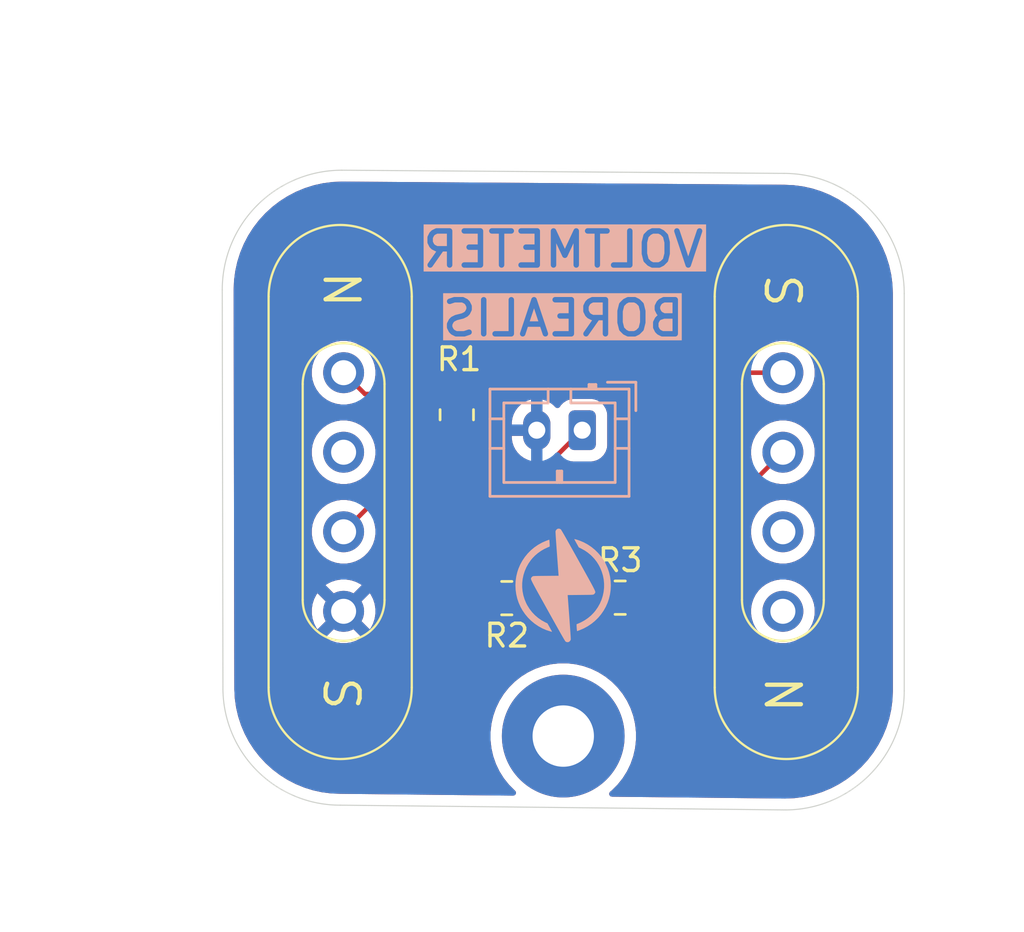
<source format=kicad_pcb>
(kicad_pcb (version 20241229) (generator "pcbnew") (generator_version "9.0")
  (layers (0 "F.Cu" signal) (2 "B.Cu" signal) (13 "F.Paste" user) (15 "B.Paste" user) (5 "F.SilkS" user "F.Silkscreen") (7 "B.SilkS" user "B.Silkscreen") (1 "F.Mask" user) (3 "B.Mask" user) (25 "Edge.Cuts" user))
  (net 0 "")
  (net 1 "/SDA")
  (net 2 "/ID")
  (net 3 "+3.3V")
  (net 4 "/SCL")
  (net 5 "GND")
  (net 6 "/ADC")
  (net 7 "+5V")
  (net 8 "Net-(J1-Pin_1)")
  (footprint "MountingHole:MountingHole_2.7mm_M2.5_Pad" (layer "F.Cu") (at 137.705 103.8)
    (property "Reference" "H1" (hide yes))
    (property "Value" "MountingHole" (hide yes))
    (pad "1" thru_hole circle (at 0 0) (size 5.4 5.4) (drill 2.7) (layers "*.Cu" "*.Mask"))
  )
  (footprint "Resistor_SMD:R_0805_2012Metric" (layer "F.Cu") (at 135.22 97.73 180)
    (property "Reference" "R2" (at 0 -1.65 0) (layer "F.SilkS"))
    (property "Value" "R")
    (fp_line (start -0.227064 0.735) (end 0.227064 0.735) (stroke (width 0.12)) (layer "F.SilkS"))
    (fp_line (start -0.227064 -0.735) (end 0.227064 -0.735) (stroke (width 0.12)) (layer "F.SilkS"))
    (pad "1" smd roundrect (at -0.9125 0 180) (size 1.025 1.4) (layers "F.Cu" "F.Mask" "F.Paste") (roundrect_rratio 0.243902) (net 6 "/ADC"))
    (pad "2" smd roundrect (at 0.9125 0 180) (size 1.025 1.4) (layers "F.Cu" "F.Mask" "F.Paste") (roundrect_rratio 0.243902) (net 8 "Net-(J1-Pin_1)"))
  )
  (footprint "batteryholder:MAGNETIC POGO CONN." (layer "F.Cu") (at 147.37 93.06 -90)
    (property "Reference" "U1" (hide yes))
    (property "Value" "MAGNETIC POGO CONN." (hide yes))
    (fp_line (start -8.6 3) (end 8.6 3) (stroke (width 0.1)) (layer "F.SilkS"))
    (fp_line (start -4.75 1.8) (end 4.75 1.8) (stroke (width 0.1)) (layer "F.SilkS"))
    (fp_line (start -4.75 -1.8) (end 4.75 -1.8) (stroke (width 0.1)) (layer "F.SilkS"))
    (fp_line (start -8.6 -3.3) (end 8.6 -3.3) (stroke (width 0.1)) (layer "F.SilkS"))
    (fp_arc (start -8.6 3) (mid -11.75 -0.15) (end -8.6 -3.3) (stroke (width 0.1)) (layer "F.SilkS"))
    (fp_arc (start -4.75 1.8) (mid -6.55 0) (end -4.75 -1.8) (stroke (width 0.1)) (layer "F.SilkS"))
    (fp_arc (start 4.75 -1.8) (mid 6.55 0) (end 4.75 1.8) (stroke (width 0.1)) (layer "F.SilkS"))
    (fp_arc (start 8.6 -3.3) (mid 11.75 -0.15) (end 8.6 3) (stroke (width 0.1)) (layer "F.SilkS"))
    (fp_text user "S" (at -9.7 0.9 270) (layer "F.SilkS") (effects (font (size 1.5 1.5) (thickness 0.1875)) (justify left bottom)))
    (fp_text user "N" (at 8 0.9 270) (layer "F.SilkS") (effects (font (size 1.5 1.5) (thickness 0.1875)) (justify left bottom)))
    (pad "1" thru_hole circle (at -5.25 0 270) (size 1.8 1.8) (drill 1.1) (layers "*.Cu" "*.Mask") (net 3 "+3.3V"))
    (pad "2" thru_hole circle (at -1.75 0 270) (size 1.8 1.8) (drill 1.1) (layers "*.Cu" "*.Mask") (net 6 "/ADC"))
    (pad "3" thru_hole circle (at 1.75 0 270) (size 1.8 1.8) (drill 1.1) (layers "*.Cu" "*.Mask") (net 1 "/SDA"))
    (pad "4" thru_hole circle (at 5.25 0 270) (size 1.8 1.8) (drill 1.1) (layers "*.Cu" "*.Mask") (net 4 "/SCL"))
  )
  (footprint "Resistor_SMD:R_0805_2012Metric" (layer "F.Cu") (at 140.21 97.71)
    (property "Reference" "R3" (at 0 -1.65 0) (layer "F.SilkS"))
    (property "Value" "R")
    (fp_line (start -0.227064 -0.735) (end 0.227064 -0.735) (stroke (width 0.12)) (layer "F.SilkS"))
    (fp_line (start -0.227064 0.735) (end 0.227064 0.735) (stroke (width 0.12)) (layer "F.SilkS"))
    (pad "1" smd roundrect (at -0.9125 0) (size 1.025 1.4) (layers "F.Cu" "F.Mask" "F.Paste") (roundrect_rratio 0.243902) (net 5 "GND"))
    (pad "2" smd roundrect (at 0.9125 0) (size 1.025 1.4) (layers "F.Cu" "F.Mask" "F.Paste") (roundrect_rratio 0.243902) (net 6 "/ADC"))
  )
  (footprint "Resistor_SMD:R_0805_2012Metric" (layer "F.Cu") (at 133.02 89.66 90)
    (property "Reference" "R1" (at 2.44 0.1 180) (layer "F.SilkS"))
    (property "Value" "R")
    (fp_line (start -0.227064 -0.735) (end 0.227064 -0.735) (stroke (width 0.12)) (layer "F.SilkS"))
    (fp_line (start -0.227064 0.735) (end 0.227064 0.735) (stroke (width 0.12)) (layer "F.SilkS"))
    (pad "1" smd roundrect (at -0.9125 0 90) (size 1.025 1.4) (layers "F.Cu" "F.Mask" "F.Paste") (roundrect_rratio 0.243902) (net 3 "+3.3V"))
    (pad "2" smd roundrect (at 0.9125 0 90) (size 1.025 1.4) (layers "F.Cu" "F.Mask" "F.Paste") (roundrect_rratio 0.243902) (net 2 "/ID"))
  )
  (footprint "batteryholder:MAGNETIC POGO CONN." (layer "F.Cu") (at 128.04 93.06 90)
    (property "Reference" "U2" (hide yes))
    (property "Value" "MAGNETIC POGO CONN." (hide yes))
    (fp_line (start -8.6 -3.3) (end 8.6 -3.3) (stroke (width 0.1)) (layer "F.SilkS"))
    (fp_line (start -4.75 -1.8) (end 4.75 -1.8) (stroke (width 0.1)) (layer "F.SilkS"))
    (fp_line (start -4.75 1.8) (end 4.75 1.8) (stroke (width 0.1)) (layer "F.SilkS"))
    (fp_line (start -8.6 3) (end 8.6 3) (stroke (width 0.1)) (layer "F.SilkS"))
    (fp_arc (start 8.6 -3.3) (mid 11.75 -0.15) (end 8.6 3) (stroke (width 0.1)) (layer "F.SilkS"))
    (fp_arc (start 4.75 -1.8) (mid 6.55 0) (end 4.75 1.8) (stroke (width 0.1)) (layer "F.SilkS"))
    (fp_arc (start -4.75 1.8) (mid -6.55 0) (end -4.75 -1.8) (stroke (width 0.1)) (layer "F.SilkS"))
    (fp_arc (start -8.6 3) (mid -11.75 -0.15) (end -8.6 -3.3) (stroke (width 0.1)) (layer "F.SilkS"))
    (fp_text user "S" (at -9.7 0.9 90) (layer "F.SilkS") (effects (font (size 1.5 1.5) (thickness 0.1875)) (justify left bottom)))
    (fp_text user "N" (at 8 0.9 90) (layer "F.SilkS") (effects (font (size 1.5 1.5) (thickness 0.1875)) (justify left bottom)))
    (pad "1" thru_hole circle (at -5.25 0 90) (size 1.8 1.8) (drill 1.1) (layers "*.Cu" "*.Mask") (net 5 "GND"))
    (pad "2" thru_hole circle (at -1.75 0 90) (size 1.8 1.8) (drill 1.1) (layers "*.Cu" "*.Mask") (net 3 "+3.3V"))
    (pad "3" thru_hole circle (at 1.75 0 90) (size 1.8 1.8) (drill 1.1) (layers "*.Cu" "*.Mask") (net 7 "+5V"))
    (pad "4" thru_hole circle (at 5.25 0 90) (size 1.8 1.8) (drill 1.1) (layers "*.Cu" "*.Mask") (net 2 "/ID"))
  )
  (footprint "LOGO" (layer "B.Cu") (at 137.7 97.17 180)
    (property "Reference" "G***" (hide yes))
    (property "Value" "LOGO" (hide yes))
    (fp_poly (pts (xy -0.491312 2.038107) (xy -0.494573 2.028699) (xy -0.506139 2.00484) (xy -0.524678 1.969077) (xy -0.548861 1.923959) (xy -0.577358 1.872032) (xy -0.587863 1.853155) (xy -0.688731 1.672521) (xy -0.785898 1.625126) (xy -0.940273 1.540974) (xy -1.081986 1.444674) (xy -1.215137 1.333296) (xy -1.275417 1.275417) (xy -1.386349 1.155294) (xy -1.481546 1.031506) (xy -1.564744 0.898785) (xy -1.6257 0.781539) (xy -1.697594 0.609743) (xy -1.750855 0.43399) (xy -1.785665 0.255585) (xy -1.802207 0.075836) (xy -1.800665 -0.103952) (xy -1.78122 -0.282471) (xy -1.744056 -0.458416) (xy -1.689355 -0.63048) (xy -1.6173 -0.797355) (xy -1.528073 -0.957737) (xy -1.421858 -1.110317) (xy -1.348676 -1.199148) (xy -1.22756 -1.323099) (xy -1.09142 -1.436506) (xy -0.942642 -1.537693) (xy -0.783613 -1.624984) (xy -0.669193 -1.676222) (xy -0.591039 -1.708116) (xy -0.591989 -1.765038) (xy -0.593389 -1.809683) (xy -0.595966 -1.857695) (xy -0.599373 -1.905168) (xy -0.603262 -1.948194) (xy -0.607285 -1.982866) (xy -0.611097 -2.005277) (xy -0.613931 -2.011764) (xy -0.625145 -2.008242) (xy -0.650668 -1.999222) (xy -0.686541 -1.986125) (xy -0.722923 -1.972585) (xy -0.908783 -1.892768) (xy -1.084618 -1.796949) (xy -1.249522 -1.686097) (xy -1.402587 -1.561179) (xy -1.542908 -1.423167) (xy -1.669576 -1.273028) (xy -1.781687 -1.111732) (xy -1.878331 -0.940247) (xy -1.958604 -0.759543) (xy -2.015749 -0.591038) (xy -2.062287 -0.397451) (xy -2.090173 -0.201329) (xy -2.099613 -0.004204) (xy -2.090812 0.192395) (xy -2.063973 0.386935) (xy -2.019303 0.577887) (xy -1.957006 0.763719) (xy -1.877286 0.942901) (xy -1.789678 1.099039) (xy -1.674674 1.266108) (xy -1.545576 1.42051) (xy -1.403471 1.561356) (xy -1.249442 1.68776) (xy -1.084574 1.798833) (xy -0.909952 1.893687) (xy -0.726662 1.971434) (xy -0.721658 1.973267) (xy -0.675409 1.98939) (xy -0.627424 2.004843) (xy -0.581474 2.018565) (xy -0.541328 2.029496) (xy -0.510755 2.036574) (xy -0.493525 2.038738)) (fill yes) (layer "B.SilkS"))
    (fp_poly (pts (xy 0.620576 2.008703) (xy 0.645715 2.000721) (xy 0.682109 1.987464) (xy 0.726454 1.970259) (xy 0.775448 1.950428) (xy 0.825787 1.929296) (xy 0.874169 1.908188) (xy 0.917291 1.888429) (xy 0.936339 1.879225) (xy 1.108743 1.783154) (xy 1.270854 1.671132) (xy 1.421607 1.544428) (xy 1.559939 1.404311) (xy 1.684787 1.252051) (xy 1.795086 1.088917) (xy 1.889772 0.916179) (xy 1.967783 0.735107) (xy 2.015748 0.591039) (xy 2.062286 0.397452) (xy 2.090172 0.20133) (xy 2.099612 0.004204) (xy 2.090811 -0.192394) (xy 2.063973 -0.386934) (xy 2.019302 -0.577886) (xy 1.957005 -0.763718) (xy 1.877285 -0.9429) (xy 1.789677 -1.099038) (xy 1.676133 -1.26401) (xy 1.548582 -1.41683) (xy 1.408298 -1.556535) (xy 1.256553 -1.682161) (xy 1.09462 -1.792746) (xy 0.923771 -1.887327) (xy 0.745279 -1.964939) (xy 0.570399 -2.02191) (xy 0.530337 -2.032796) (xy 0.505676 -2.038915) (xy 0.492988 -2.04071) (xy 0.488842 -2.038624) (xy 0.48981 -2.033098) (xy 0.490089 -2.032274) (xy 0.495645 -2.02121) (xy 0.509274 -1.995802) (xy 0.529501 -1.958754) (xy 0.554847 -1.912766) (xy 0.583836 -1.860541) (xy 0.591038 -1.847617) (xy 0.68873 -1.672454) (xy 0.786423 -1.625124) (xy 0.94884 -1.535696) (xy 1.100645 -1.430328) (xy 1.240693 -1.310173) (xy 1.367834 -1.176385) (xy 1.48092 -1.030118) (xy 1.578806 -0.872525) (xy 1.625699 -0.781538) (xy 1.697593 -0.609742) (xy 1.750854 -0.433989) (xy 1.785664 -0.255584) (xy 1.802206 -0.075835) (xy 1.800664 0.103953) (xy 1.781219 0.282472) (xy 1.744055 0.458417) (xy 1.689354 0.63048) (xy 1.617299 0.797356) (xy 1.528073 0.957738) (xy 1.421858 1.110318) (xy 1.348675 1.199148) (xy 1.237718 1.313054) (xy 1.111796 1.419952) (xy 0.975042 1.516959) (xy 0.83159 1.60119) (xy 0.685574 1.669759) (xy 0.659423 1.680182) (xy 0.627727 1.693055) (xy 0.603366 1.704037) (xy 0.592536 1.710129) (xy 0.591114 1.72109) (xy 0.59108 1.747345) (xy 0.592189 1.784717) (xy 0.5942 1.829031) (xy 0.596868 1.87611) (xy 0.599952 1.921777) (xy 0.603207 1.961857) (xy 0.606391 1.992173) (xy 0.609261 2.008548) (xy 0.609993 2.010087)) (fill yes) (layer "B.SilkS"))
    (fp_poly (pts (xy 0.23497 2.494196) (xy 0.251217 2.487709) (xy 0.291005 2.458359) (xy 0.320829 2.419122) (xy 0.335878 2.376705) (xy 0.335953 2.361875) (xy 0.334641 2.328947) (xy 0.332032 2.279305) (xy 0.328217 2.214332) (xy 0.323286 2.135414) (xy 0.317332 2.043933) (xy 0.310443 1.941275) (xy 0.302712 1.828823) (xy 0.294229 1.707961) (xy 0.285085 1.580074) (xy 0.275371 1.446545) (xy 0.270642 1.382347) (xy 0.199851 0.424962) (xy 0.756906 0.420077) (xy 0.875449 0.419015) (xy 0.976038 0.418028) (xy 1.060257 0.417053) (xy 1.129692 0.416022) (xy 1.185926 0.414871) (xy 1.230544 0.413535) (xy 1.265129 0.411947) (xy 1.291267 0.410042) (xy 1.310541 0.407754) (xy 1.324536 0.405018) (xy 1.334835 0.401768) (xy 1.343025 0.397939) (xy 1.347049 0.395654) (xy 1.374565 0.37322) (xy 1.397344 0.344695) (xy 1.398938 0.341923) (xy 1.404162 0.332845) (xy 1.40887 0.324512) (xy 1.412656 0.316114) (xy 1.415111 0.306839) (xy 1.415828 0.295876) (xy 1.4144 0.282415) (xy 1.410419 0.265643) (xy 1.403479 0.244751) (xy 1.393171 0.218927) (xy 1.379088 0.18736) (xy 1.360822 0.149239) (xy 1.337968 0.103753) (xy 1.310115 0.050092) (xy 1.276859 -0.012557) (xy 1.23779 -0.085004) (xy 1.192502 -0.16806) (xy 1.140587 -0.262537) (xy 1.081638 -0.369244) (xy 1.015247 -0.488994) (xy 0.941006 -0.622597) (xy 0.85851 -0.770865) (xy 0.767349 -0.934608) (xy 0.668359 -1.112406) (xy 0.564503 -1.29887) (xy 0.469712 -1.468848) (xy 0.383627 -1.62297) (xy 0.305889 -1.761866) (xy 0.236139 -1.886164) (xy 0.174018 -1.996494) (xy 0.119166 -2.093486) (xy 0.071226 -2.17777) (xy 0.029837 -2.249975) (xy -0.005358 -2.310731) (xy -0.03472 -2.360667) (xy -0.058607 -2.400413) (xy -0.077378 -2.430598) (xy -0.091392 -2.451852) (xy -0.101009 -2.464805) (xy -0.105431 -2.46936) (xy -0.146231 -2.490716) (xy -0.192083 -2.499005) (xy -0.236143 -2.493621) (xy -0.259752 -2.48303) (xy -0.302663 -2.446591) (xy -0.329112 -2.402514) (xy -0.335985 -2.376077) (xy -0.336045 -2.361338) (xy -0.334718 -2.328499) (xy -0.332096 -2.278943) (xy -0.328269 -2.214054) (xy -0.323328 -2.135214) (xy -0.317364 -2.043806) (xy -0.310467 -1.941213) (xy -0.30273 -1.828818) (xy -0.294242 -1.708004) (xy -0.285095 -1.580154) (xy -0.27538 -1.44665) (xy -0.270643 -1.382346) (xy -0.199851 -0.424961) (xy -0.756907 -0.420077) (xy -0.875449 -0.419014) (xy -0.976038 -0.418027) (xy -1.060258 -0.417052) (xy -1.129693 -0.416021) (xy -1.185927 -0.414871) (xy -1.230544 -0.413534) (xy -1.26513 -0.411946) (xy -1.291267 -0.410041) (xy -1.310541 -0.407753) (xy -1.324536 -0.405017) (xy -1.334836 -0.401767) (xy -1.343026 -0.397938) (xy -1.347049 -0.395653) (xy -1.374566 -0.37322) (xy -1.397345 -0.344694) (xy -1.398939 -0.341923) (xy -1.404163 -0.332844) (xy -1.408871 -0.324512) (xy -1.412656 -0.316113) (xy -1.415111 -0.306838) (xy -1.415829 -0.295875) (xy -1.414401 -0.282414) (xy -1.41042 -0.265642) (xy -1.40348 -0.24475) (xy -1.393172 -0.218926) (xy -1.379089 -0.187359) (xy -1.360823 -0.149238) (xy -1.337968 -0.103753) (xy -1.310116 -0.050091) (xy -1.27686 0.012558) (xy -1.237791 0.085005) (xy -1.192503 0.168061) (xy -1.140588 0.262538) (xy -1.081638 0.369245) (xy -1.015247 0.488995) (xy -0.941007 0.622598) (xy -0.858511 0.770866) (xy -0.76735 0.934609) (xy -0.66836 1.112407) (xy -0.564093 1.299606) (xy -0.468898 1.4703) (xy -0.382425 1.625102) (xy -0.304326 1.764624) (xy -0.234251 1.889478) (xy -0.171851 2.000277) (xy -0.116778 2.097633) (xy -0.068682 2.182158) (xy -0.027213 2.254466) (xy 0.007977 2.315168) (xy 0.037237 2.364876) (xy 0.060916 2.404204) (xy 0.079364 2.433763) (xy 0.09293 2.454166) (xy 0.101963 2.466026) (xy 0.105081 2.469095) (xy 0.145614 2.49039) (xy 0.191361 2.499069)) (fill yes) (layer "B.SilkS"))
  )
  (footprint "Connector_JST:JST_PH_B2B-PH-K_1x02_P2.00mm_Vertical" (layer "B.Cu") (at 138.54 90.34 180)
    (property "Reference" "J1" (hide yes))
    (property "Value" "Conn_01x02_Pin (Solar panel connection)")
    (fp_line (start 4.06 1.81) (end -2.06 1.81) (stroke (width 0.12)) (layer "B.SilkS"))
    (fp_line (start 4.06 0.5) (end 3.45 0.5) (stroke (width 0.12)) (layer "B.SilkS"))
    (fp_line (start 4.06 -0.8) (end 3.45 -0.8) (stroke (width 0.12)) (layer "B.SilkS"))
    (fp_line (start 4.06 -2.91) (end 4.06 1.81) (stroke (width 0.12)) (layer "B.SilkS"))
    (fp_line (start 3.45 1.2) (end 1.5 1.2) (stroke (width 0.12)) (layer "B.SilkS"))
    (fp_line (start 3.45 -2.3) (end 3.45 1.2) (stroke (width 0.12)) (layer "B.SilkS"))
    (fp_line (start 1.5 1.2) (end 1.5 1.81) (stroke (width 0.12)) (layer "B.SilkS"))
    (fp_line (start 1.1 -1.8) (end 1.1 -2.3) (stroke (width 0.12)) (layer "B.SilkS"))
    (fp_line (start 1 -2.3) (end 1 -1.8) (stroke (width 0.12)) (layer "B.SilkS"))
    (fp_line (start 0.9 -1.8) (end 1.1 -1.8) (stroke (width 0.12)) (layer "B.SilkS"))
    (fp_line (start 0.9 -2.3) (end 0.9 -1.8) (stroke (width 0.12)) (layer "B.SilkS"))
    (fp_line (start 0.5 1.81) (end 0.5 1.2) (stroke (width 0.12)) (layer "B.SilkS"))
    (fp_line (start 0.5 1.2) (end -1.45 1.2) (stroke (width 0.12)) (layer "B.SilkS"))
    (fp_line (start -0.3 2.01) (end -0.6 2.01) (stroke (width 0.12)) (layer "B.SilkS"))
    (fp_line (start -0.3 1.91) (end -0.6 1.91) (stroke (width 0.12)) (layer "B.SilkS"))
    (fp_line (start -0.3 1.81) (end -0.3 2.01) (stroke (width 0.12)) (layer "B.SilkS"))
    (fp_line (start -0.6 2.01) (end -0.6 1.81) (stroke (width 0.12)) (layer "B.SilkS"))
    (fp_line (start -1.11 2.11) (end -2.36 2.11) (stroke (width 0.12)) (layer "B.SilkS"))
    (fp_line (start -1.45 1.2) (end -1.45 -2.3) (stroke (width 0.12)) (layer "B.SilkS"))
    (fp_line (start -1.45 -2.3) (end 3.45 -2.3) (stroke (width 0.12)) (layer "B.SilkS"))
    (fp_line (start -2.06 1.81) (end -2.06 -2.91) (stroke (width 0.12)) (layer "B.SilkS"))
    (fp_line (start -2.06 0.5) (end -1.45 0.5) (stroke (width 0.12)) (layer "B.SilkS"))
    (fp_line (start -2.06 -0.8) (end -1.45 -0.8) (stroke (width 0.12)) (layer "B.SilkS"))
    (fp_line (start -2.06 -2.91) (end 4.06 -2.91) (stroke (width 0.12)) (layer "B.SilkS"))
    (fp_line (start -2.36 2.11) (end -2.36 0.86) (stroke (width 0.12)) (layer "B.SilkS"))
    (pad "1" thru_hole roundrect (at 0 0 180) (size 1.2 1.75) (drill 0.75) (layers "*.Cu" "*.Mask") (roundrect_rratio 0.208333) (net 8 "Net-(J1-Pin_1)"))
    (pad "2" thru_hole oval (at 2 0 180) (size 1.2 1.75) (drill 0.75) (layers "*.Cu" "*.Mask") (net 5 "GND"))
  )
  (gr_arc (start 127.889398 106.840341) (mid 124.262772 105.356301) (end 122.73 101.75) (stroke (width 0.05)) (layer "Edge.Cuts"))
  (gr_arc (start 152.71 101.81) (mid 151.17524 105.51524) (end 147.47 107.05) (stroke (width 0.05)) (layer "Edge.Cuts"))
  (gr_line (start 122.7 84.16) (end 122.730001 101.75) (stroke (width 0.05)) (layer "Edge.Cuts"))
  (gr_line (start 152.71 101.81) (end 152.71 84.33) (stroke (width 0.05)) (layer "Edge.Cuts"))
  (gr_line (start 127.889398 106.840341) (end 147.47 107.05) (stroke (width 0.05)) (layer "Edge.Cuts"))
  (gr_line (start 147.42 79.04) (end 127.96 78.9) (stroke (width 0.05)) (layer "Edge.Cuts"))
  (gr_arc (start 122.7 84.16) (mid 124.240618 80.440618) (end 127.96 78.9) (stroke (width 0.05)) (layer "Edge.Cuts"))
  (gr_arc (start 147.42 79.04) (mid 151.160595 80.589405) (end 152.71 84.33) (stroke (width 0.05)) (layer "Edge.Cuts"))
  (gr_text "VOLTMETER" (at 137.705 82.39 0) (layer "B.SilkS" knockout) (effects (font (size 1.5 1.5) (thickness 0.24) (bold yes)) (justify mirror)))
  (gr_text "BOREALIS" (at 137.705 84.54 0) (layer "B.SilkS" knockout) (effects (font (size 1.5 1.5) (thickness 0.24) (bold yes)) (justify top mirror)))
  (segment (start 128.9775 88.7475) (end 128.04 87.81) (width 0.2) (layer "F.Cu") (net 2))
  (segment (start 133.02 88.7475) (end 128.9775 88.7475) (width 0.2) (layer "F.Cu") (net 2))
  (segment (start 135.7825 87.81) (end 133.02 90.5725) (width 0.2) (layer "F.Cu") (net 3))
  (segment (start 147.37 87.81) (end 135.7825 87.81) (width 0.2) (layer "F.Cu") (net 3))
  (segment (start 128.04 94.81) (end 128.5125 94.81) (width 0.2) (layer "F.Cu") (net 3))
  (segment (start 132.2775 90.5725) (end 128.04 94.81) (width 0.2) (layer "F.Cu") (net 3))
  (segment (start 133.02 90.5725) (end 132.2775 90.5725) (width 0.2) (layer "F.Cu") (net 3))
  (segment (start 139.88 99.54) (end 141.1225 98.2975) (width 0.2) (layer "F.Cu") (net 6))
  (segment (start 141.1225 98.2975) (end 141.1225 97.71) (width 0.2) (layer "F.Cu") (net 6))
  (segment (start 137.9425 99.54) (end 139.88 99.54) (width 0.2) (layer "F.Cu") (net 6))
  (segment (start 136.1325 97.73) (end 137.9425 99.54) (width 0.2) (layer "F.Cu") (net 6))
  (segment (start 147.37 91.31) (end 141.1225 97.5575) (width 0.2) (layer "F.Cu") (net 6))
  (segment (start 141.1225 97.5575) (end 141.1225 97.71) (width 0.2) (layer "F.Cu") (net 6))
  (segment (start 134.3075 97.73) (end 134.3075 94.5725) (width 0.2) (layer "F.Cu") (net 8))
  (segment (start 134.3075 94.5725) (end 138.54 90.34) (width 0.2) (layer "F.Cu") (net 8))
  (zone (net 5) (net_name "GND") (layers "F.Cu" "B.Cu") (connect_pads (clearance 0.5)) (min_thickness 0.25) (fill yes (thermal_gap 0.5) (thermal_bridge_width 0.5))
    (polygon (pts (xy 112.92 72.32) (xy 157.99 71.41) (xy 157.41 112.45) (xy 119.05 109.39)))
  )
)
</source>
